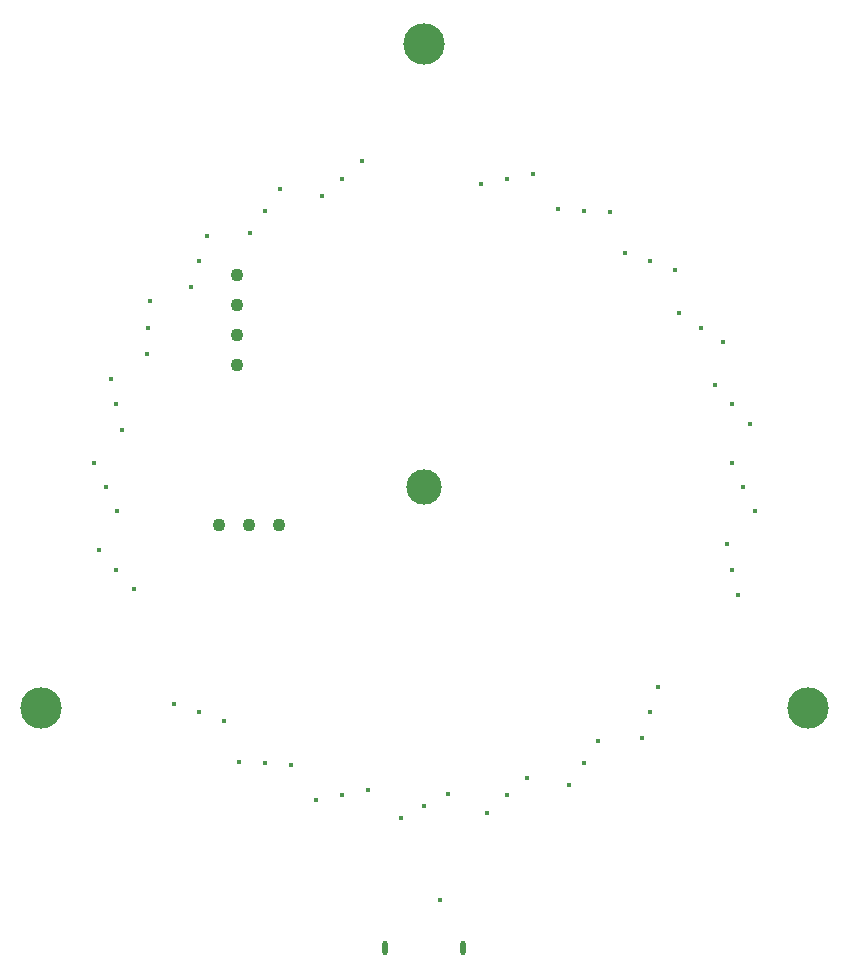
<source format=gbr>
%TF.GenerationSoftware,Altium Limited,Altium Designer,21.6.4 (81)*%
G04 Layer_Color=0*
%FSLAX45Y45*%
%MOMM*%
%TF.SameCoordinates,213DF370-AA75-4346-93E6-04E6A5F56B15*%
%TF.FilePolarity,Positive*%
%TF.FileFunction,Plated,1,2,PTH,Drill*%
%TF.Part,Single*%
G01*
G75*
%TA.AperFunction,ComponentDrill*%
%ADD101O,0.50000X1.20000*%
%ADD102C,1.10000*%
%ADD103C,3.00000*%
%ADD104C,1.10000*%
%ADD105C,3.50000*%
%ADD106C,3.50000*%
%ADD107C,3.50000*%
%TA.AperFunction,ViaDrill,NotFilled*%
%ADD108C,0.40000*%
D101*
X330000Y-3900000D02*
D03*
X-330000D02*
D03*
D102*
X-1739902Y-325122D02*
D03*
X-1485901Y-325121D02*
D03*
X-1231900Y-325120D02*
D03*
D103*
X0Y0D02*
D03*
D104*
X-1587499Y1793240D02*
D03*
X-1587500Y1031240D02*
D03*
X-1587500Y1285240D02*
D03*
Y1539241D02*
D03*
D105*
X3247592Y-1874998D02*
D03*
D106*
X0Y3749997D02*
D03*
D107*
X-3247592Y-1874998D02*
D03*
D108*
X130000Y-3500000D02*
D03*
X1126793Y2351664D02*
D03*
X1349998Y2338266D02*
D03*
X1573204Y2324868D02*
D03*
X2563168Y-479744D02*
D03*
X2607997Y-698811D02*
D03*
X2652826Y-917878D02*
D03*
X1979897Y-1697054D02*
D03*
X1909186Y-1909186D02*
D03*
X1838475Y-2121318D02*
D03*
X1473204Y-2151663D02*
D03*
X1349998Y-2338266D02*
D03*
X1226793Y-2524868D02*
D03*
X200000Y-2599997D02*
D03*
X0Y-2699997D02*
D03*
X-200000Y-2799997D02*
D03*
X-479744Y-2563168D02*
D03*
X-698811Y-2607997D02*
D03*
X-917878Y-2652826D02*
D03*
X-1126793Y-2351664D02*
D03*
X-2600001Y-200000D02*
D03*
X-2700000Y0D02*
D03*
X-2800000Y200000D02*
D03*
X-1473204Y2151664D02*
D03*
X-1349998Y2338266D02*
D03*
X-1226793Y2524868D02*
D03*
X-2563169Y479744D02*
D03*
X-2607997Y698811D02*
D03*
X-2652826Y917878D02*
D03*
X-2324868Y1573204D02*
D03*
X-2338266Y1349998D02*
D03*
X-2351664Y1126794D02*
D03*
X-531507Y2756353D02*
D03*
X-698811Y2607997D02*
D03*
X-1838475Y2121318D02*
D03*
X-1909186Y1909186D02*
D03*
X-1979897Y1697054D02*
D03*
X-866115Y2459641D02*
D03*
X917878Y2652826D02*
D03*
X698811Y2607997D02*
D03*
X479744Y2563169D02*
D03*
X2121318Y1838475D02*
D03*
X1909186Y1909186D02*
D03*
X1697054Y1979897D02*
D03*
X2524868Y1226793D02*
D03*
X2338266Y1349998D02*
D03*
X2151663Y1473204D02*
D03*
X2756353Y531507D02*
D03*
X2607997Y698811D02*
D03*
X2459640Y866115D02*
D03*
X2800000Y-200000D02*
D03*
X2700000Y0D02*
D03*
X2600000Y200001D02*
D03*
X531507Y-2756353D02*
D03*
X698811Y-2607997D02*
D03*
X866114Y-2459640D02*
D03*
X-1573204Y-2324868D02*
D03*
X-1349999Y-2338266D02*
D03*
X-2121318Y-1838475D02*
D03*
X-1909186Y-1909186D02*
D03*
X-1697054Y-1979897D02*
D03*
X-2756353Y-531507D02*
D03*
X-2607997Y-698810D02*
D03*
X-2459640Y-866114D02*
D03*
%TF.MD5,dda140f3b544767ae63f5dd611b11f59*%
M02*

</source>
